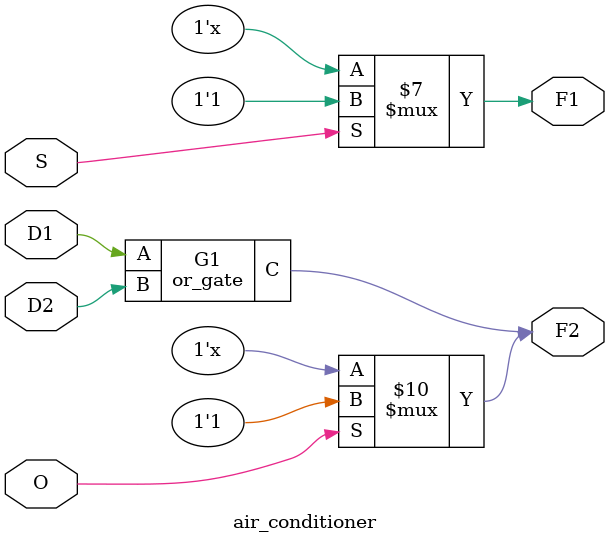
<source format=v>
/*Air Purifier Mode Selector

Inputs: D1 (PM2.5 high), D2 (VOC high), S (sleep mode), O (override max)

Outputs: F1 (low), F2 (high)

Spec: If O=1 → F2=1 only. Else if D1 OR D2 → F2=1, else if S=1 → F1=1, otherwise OFF.

Constraint: Realize with a 2:1 MUX + minimal glue logic.
We want to design a logic circuit that controls an air purifier’s fan speed (low/high) depending on environmental conditions.

Inputs

D1 → PM2.5 high (dust detected)

D2 → VOC high (bad gases detected)

S → Sleep mode active

O → Override Max (force purifier to max)

Outputs

F1 → Low speed

F2 → High speed
*/

module or_gate(A,B,C);
  input A,B;
  output C;
  assign C = A | B;
endmodule

module air_conditioner(D1,D2,S,O,F1,F2);
  input D1,D2,S,O;
  output reg F1,F2;
  or_gate G1(D1,D2,F2);

  always @(*) begin
      if (O == 1) begin //outputs F1,F2 need to be declared as reg if you drive them in an always block.
        F2 = 1;
      end
  end

    always @(*) begin
      if (S == 1) begin
        F1 = 1;
      end
  end
endmodule






</source>
